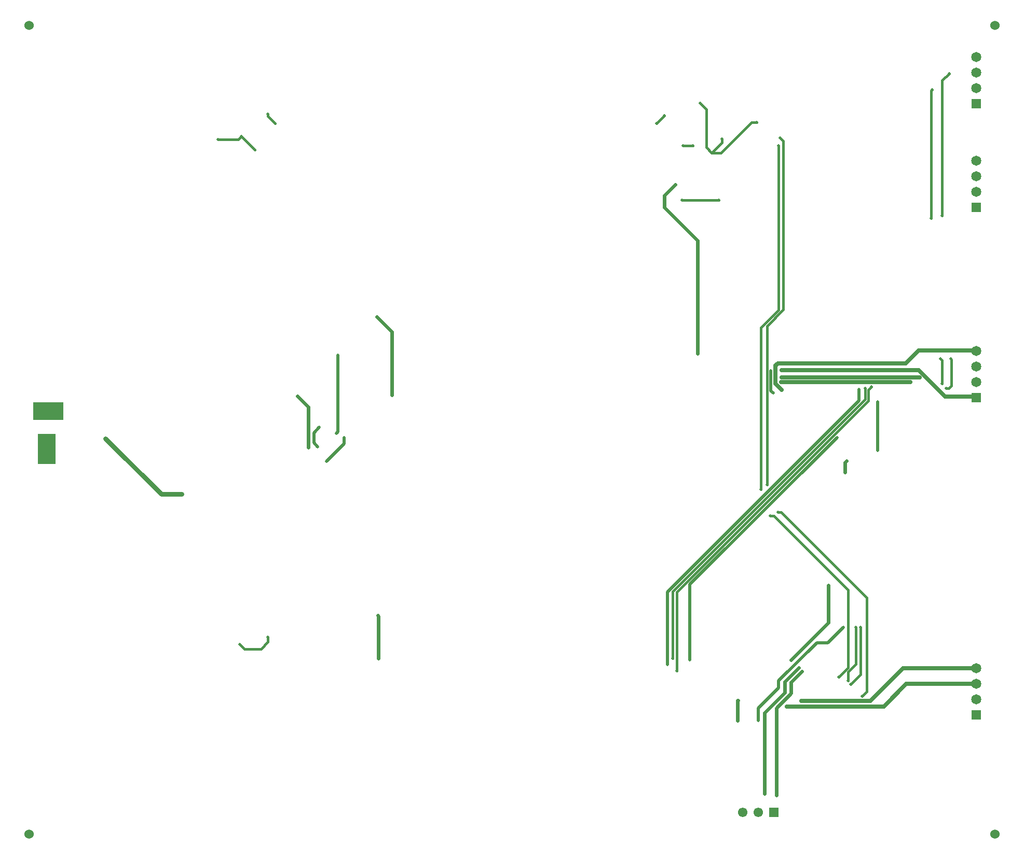
<source format=gbl>
G04*
G04 #@! TF.GenerationSoftware,Altium Limited,Altium Designer,24.10.1 (45)*
G04*
G04 Layer_Physical_Order=2*
G04 Layer_Color=16711680*
%FSLAX25Y25*%
%MOIN*%
G70*
G04*
G04 #@! TF.SameCoordinates,253C2AE7-DEF5-4279-9A70-D321F830DA34*
G04*
G04*
G04 #@! TF.FilePolarity,Positive*
G04*
G01*
G75*
%ADD100C,0.06102*%
%ADD101R,0.06102X0.06102*%
%ADD103C,0.02300*%
%ADD104C,0.03000*%
%ADD105C,0.01500*%
%ADD106C,0.01900*%
%ADD107C,0.02000*%
%ADD110C,0.02500*%
%ADD113C,0.06000*%
%ADD114R,0.06496X0.06496*%
%ADD115C,0.06496*%
%ADD116R,0.19685X0.11811*%
%ADD117R,0.11811X0.19685*%
%ADD118C,0.01968*%
D100*
X553000Y71500D02*
D03*
X563000D02*
D03*
D101*
X573000D02*
D03*
D103*
X549500Y130500D02*
Y143220D01*
X549780Y143500D01*
X318500Y198000D02*
X319000Y197500D01*
Y170500D02*
Y197500D01*
X608000Y193500D02*
Y217500D01*
X584000Y169500D02*
X608000Y193500D01*
X580000Y155500D02*
X589000Y164500D01*
X580000Y148500D02*
Y155500D01*
X567000Y135500D02*
X580000Y148500D01*
X567000Y83500D02*
Y135500D01*
X584000Y148000D02*
Y155000D01*
X591000Y162000D01*
X574500Y138500D02*
X584000Y148000D01*
X574500Y82500D02*
Y138500D01*
X618500Y290000D02*
Y296500D01*
X619500Y297500D01*
X502500Y460500D02*
Y468000D01*
X509500Y475000D01*
X502500Y460500D02*
X523890Y439110D01*
Y366390D02*
Y439110D01*
X327500Y339617D02*
Y380500D01*
X318000Y390000D02*
X327500Y380500D01*
X274000Y306000D02*
Y332000D01*
X267000Y339000D02*
X274000Y332000D01*
D104*
X143661Y311839D02*
X179500Y276000D01*
X192500D01*
D105*
X575500Y264500D02*
X577499D01*
X632500Y209499D01*
Y149000D02*
Y209499D01*
X570500Y262000D02*
X573000D01*
X620500Y214500D01*
X510500Y162500D02*
Y213000D01*
X233000Y176500D02*
X243500D01*
X230000Y179500D02*
X233000Y176500D01*
X243500D02*
X248000Y181000D01*
Y184000D01*
X620500Y164500D02*
Y214500D01*
X681000Y542000D02*
X685500Y546500D01*
X681000Y455000D02*
Y542000D01*
X674000Y453500D02*
Y535500D01*
X674500Y536000D01*
X687000Y345803D02*
Y362500D01*
X685197Y344000D02*
X687000Y345803D01*
X683500Y344000D02*
X685197D01*
X680000Y363000D02*
X681000Y362000D01*
Y347000D02*
Y362000D01*
X686500Y363000D02*
X687000Y362500D01*
X622250Y153750D02*
X628500Y160000D01*
Y190500D01*
X625500Y166672D02*
Y190500D01*
X620553Y161724D02*
X625500Y166672D01*
X620553Y156053D02*
Y161724D01*
X629500Y146000D02*
X632500Y149000D01*
X614500Y158500D02*
X620500Y164500D01*
X568500Y282000D02*
Y384172D01*
X631500Y337000D02*
Y344000D01*
X508000Y170500D02*
Y213500D01*
X631500Y337000D01*
X564500Y383000D02*
X576000Y394500D01*
X564500Y279000D02*
Y383000D01*
X568500Y384172D02*
X579000Y394672D01*
Y503000D01*
X577000Y505000D02*
X579000Y503000D01*
X576000Y394500D02*
Y500000D01*
X633500Y343000D02*
X635500Y345000D01*
X633500Y336000D02*
Y343000D01*
X510500Y213000D02*
X633500Y336000D01*
X514000Y465000D02*
X537500D01*
X529500Y499000D02*
X533000Y495500D01*
X525500Y527500D02*
X529500Y523500D01*
Y499000D02*
Y523500D01*
X558500Y515000D02*
X562000D01*
X539000Y495500D02*
X558500Y515000D01*
X533000Y495500D02*
X539000D01*
X533000D02*
X539500Y502000D01*
Y504500D01*
X514500Y500000D02*
X521000D01*
X497500Y514500D02*
X502500Y519500D01*
X231000Y506000D02*
X239500Y497500D01*
X248000Y519000D02*
Y520500D01*
Y519000D02*
X252500Y514500D01*
X229000Y504000D02*
X231000Y506000D01*
X216000Y504000D02*
X229000D01*
D106*
X285500Y297000D02*
X297000Y308500D01*
Y312500D01*
X519000Y218000D02*
X613500Y312500D01*
X519000Y169500D02*
Y218000D01*
X277500Y315500D02*
X281000Y319000D01*
X277500Y309000D02*
Y315500D01*
Y309000D02*
X280000Y306500D01*
X504500Y166500D02*
Y213111D01*
X627500Y336111D01*
Y343500D01*
X600500Y180500D02*
X607500D01*
X617500Y190500D01*
X576000Y156000D02*
X600500Y180500D01*
X576000Y151500D02*
Y156000D01*
X639500Y304000D02*
Y335500D01*
X563000Y138500D02*
X576000Y151500D01*
X563000Y130500D02*
Y138500D01*
X292000Y315000D02*
X293000Y316000D01*
Y365500D01*
D107*
X571000Y342500D02*
X572500Y341000D01*
X571000Y342500D02*
Y355500D01*
X702500Y368500D02*
X703000Y368000D01*
X702191Y338809D02*
X703000Y338000D01*
D110*
X574000Y347000D02*
Y358536D01*
Y347000D02*
X578000Y343000D01*
X577500Y348000D02*
X660500D01*
X578000Y351000D02*
X666500D01*
X574000Y358536D02*
X575464Y360000D01*
X657500D01*
X658000Y154000D02*
X703000D01*
X656000Y164000D02*
X703000D01*
X581186Y139500D02*
X643500D01*
X590500Y143000D02*
X635000D01*
X656000Y164000D01*
X577911Y355823D02*
X665986D01*
X643500Y139500D02*
X658000Y154000D01*
X665986Y355823D02*
X683000Y338809D01*
X657500Y360000D02*
X666000Y368500D01*
X702500D01*
X683000Y338809D02*
X702191D01*
D113*
X715000Y57500D02*
D03*
X94500D02*
D03*
X715000Y577500D02*
D03*
X94500D02*
D03*
D114*
X703000Y460500D02*
D03*
Y527000D02*
D03*
Y134000D02*
D03*
X703000Y338000D02*
D03*
D115*
X703000Y470500D02*
D03*
Y480500D02*
D03*
Y490500D02*
D03*
Y537000D02*
D03*
Y547000D02*
D03*
Y557000D02*
D03*
Y164000D02*
D03*
Y154000D02*
D03*
Y144000D02*
D03*
X703000Y348000D02*
D03*
Y358000D02*
D03*
Y368000D02*
D03*
D116*
X107000Y329500D02*
D03*
D117*
X106000Y305000D02*
D03*
D118*
X297000Y312500D02*
D03*
X578000Y343000D02*
D03*
X577500Y348000D02*
D03*
X578000Y351000D02*
D03*
X613500Y312500D02*
D03*
X575500Y264500D02*
D03*
X570500Y262000D02*
D03*
X519000Y169500D02*
D03*
X510500Y162500D02*
D03*
X192500Y276000D02*
D03*
X143661Y311839D02*
D03*
X549780Y143500D02*
D03*
X549500Y130500D02*
D03*
X318500Y198000D02*
D03*
X319000Y170500D02*
D03*
X230000Y179500D02*
D03*
X248000Y184000D02*
D03*
X572500Y341000D02*
D03*
X571000Y355500D02*
D03*
X281000Y319000D02*
D03*
X674500Y536000D02*
D03*
X685500Y546500D02*
D03*
X681000Y455000D02*
D03*
X674000Y453500D02*
D03*
X686500Y363000D02*
D03*
X680000D02*
D03*
X683500Y344000D02*
D03*
X681000Y347000D02*
D03*
X625500Y190500D02*
D03*
X628500D02*
D03*
X629500Y146000D02*
D03*
X620553Y156053D02*
D03*
X622250Y153750D02*
D03*
X608000Y217500D02*
D03*
X584000Y169500D02*
D03*
X581186Y139500D02*
D03*
X590500Y143000D02*
D03*
X504500Y166500D02*
D03*
X568500Y282000D02*
D03*
X627500Y343500D02*
D03*
X617500Y190500D02*
D03*
X589000Y164500D02*
D03*
X639500Y304000D02*
D03*
Y335500D02*
D03*
X563000Y130500D02*
D03*
X591000Y162000D02*
D03*
X614500Y158500D02*
D03*
X564500Y279000D02*
D03*
X577911Y355823D02*
D03*
X576000Y500000D02*
D03*
X577000Y505000D02*
D03*
X508000Y170500D02*
D03*
X618500Y290000D02*
D03*
X635500Y345000D02*
D03*
X631500Y344000D02*
D03*
X619500Y297500D02*
D03*
X509500Y475000D02*
D03*
X523890Y366390D02*
D03*
X574500Y82500D02*
D03*
X567000Y83500D02*
D03*
X666500Y351000D02*
D03*
X660500Y348000D02*
D03*
X327500Y339617D02*
D03*
X318000Y390000D02*
D03*
X267000Y339000D02*
D03*
X274000Y306000D02*
D03*
X292000Y315000D02*
D03*
X285500Y297000D02*
D03*
X280000Y306500D02*
D03*
X293000Y365500D02*
D03*
X537500Y465000D02*
D03*
X514000D02*
D03*
X533000Y495500D02*
D03*
X539500Y504500D02*
D03*
X525500Y527500D02*
D03*
X562000Y515000D02*
D03*
X514500Y500000D02*
D03*
X521000D02*
D03*
X502500Y519500D02*
D03*
X497500Y514500D02*
D03*
X239500Y497500D02*
D03*
X248000Y520500D02*
D03*
X252500Y514500D02*
D03*
X231000Y506000D02*
D03*
X216000Y504000D02*
D03*
M02*

</source>
